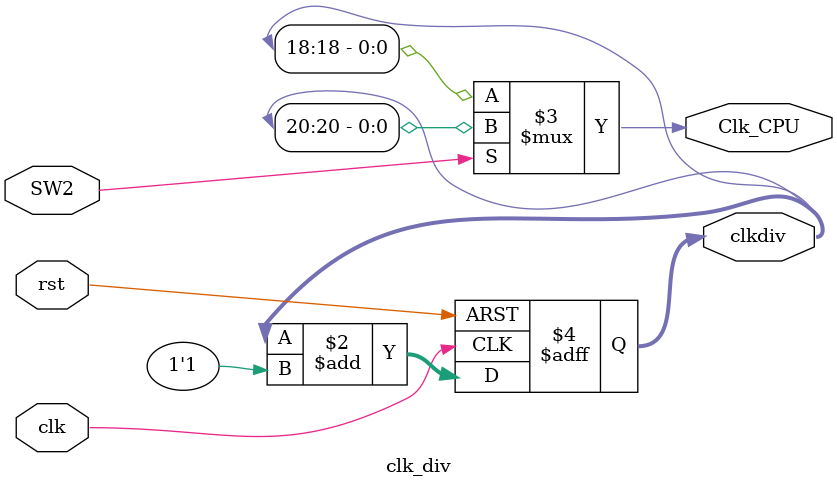
<source format=v>
`timescale 1ns / 1ps
module clk_div(input clk,
					input rst,
					input SW2,
					output reg[31:0]clkdiv,
					output Clk_CPU
					);
					
// Clock divider-Ê±ÖÓ·ÖÆµÆ÷


	always @ (posedge clk or posedge rst) begin 
		if (rst) clkdiv <= 0; else clkdiv <= clkdiv + 1'b1; end
		
	assign Clk_CPU=(SW2)? clkdiv[20] : clkdiv[18];//two time
		
endmodule

</source>
